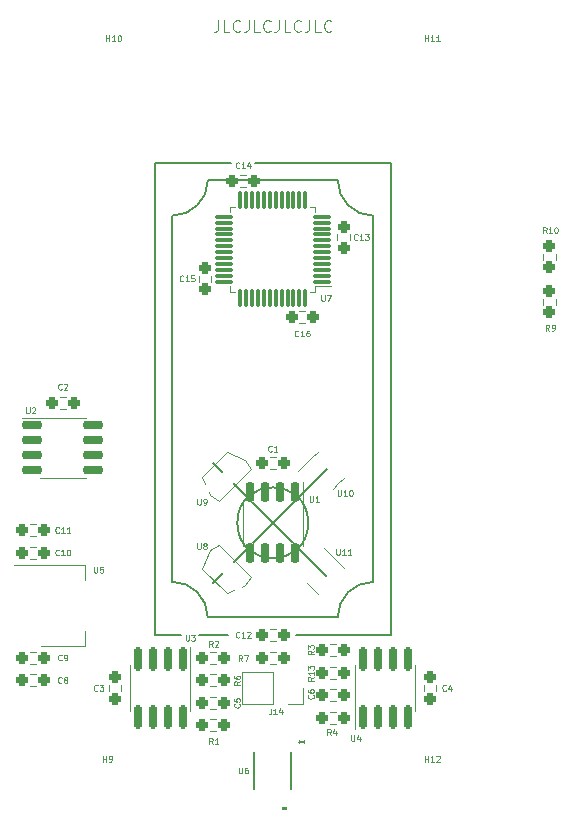
<source format=gto>
G04 #@! TF.GenerationSoftware,KiCad,Pcbnew,(6.0.0)*
G04 #@! TF.CreationDate,2025-05-03T15:15:18+02:00*
G04 #@! TF.ProjectId,Smart Servo Control Board Rev.2,536d6172-7420-4536-9572-766f20436f6e,rev?*
G04 #@! TF.SameCoordinates,Original*
G04 #@! TF.FileFunction,Legend,Top*
G04 #@! TF.FilePolarity,Positive*
%FSLAX46Y46*%
G04 Gerber Fmt 4.6, Leading zero omitted, Abs format (unit mm)*
G04 Created by KiCad (PCBNEW (6.0.0)) date 2025-05-03 15:15:18*
%MOMM*%
%LPD*%
G01*
G04 APERTURE LIST*
G04 Aperture macros list*
%AMRoundRect*
0 Rectangle with rounded corners*
0 $1 Rounding radius*
0 $2 $3 $4 $5 $6 $7 $8 $9 X,Y pos of 4 corners*
0 Add a 4 corners polygon primitive as box body*
4,1,4,$2,$3,$4,$5,$6,$7,$8,$9,$2,$3,0*
0 Add four circle primitives for the rounded corners*
1,1,$1+$1,$2,$3*
1,1,$1+$1,$4,$5*
1,1,$1+$1,$6,$7*
1,1,$1+$1,$8,$9*
0 Add four rect primitives between the rounded corners*
20,1,$1+$1,$2,$3,$4,$5,0*
20,1,$1+$1,$4,$5,$6,$7,0*
20,1,$1+$1,$6,$7,$8,$9,0*
20,1,$1+$1,$8,$9,$2,$3,0*%
%AMHorizOval*
0 Thick line with rounded ends*
0 $1 width*
0 $2 $3 position (X,Y) of the first rounded end (center of the circle)*
0 $4 $5 position (X,Y) of the second rounded end (center of the circle)*
0 Add line between two ends*
20,1,$1,$2,$3,$4,$5,0*
0 Add two circle primitives to create the rounded ends*
1,1,$1,$2,$3*
1,1,$1,$4,$5*%
%AMRotRect*
0 Rectangle, with rotation*
0 The origin of the aperture is its center*
0 $1 length*
0 $2 width*
0 $3 Rotation angle, in degrees counterclockwise*
0 Add horizontal line*
21,1,$1,$2,0,0,$3*%
G04 Aperture macros list end*
%ADD10C,0.150000*%
%ADD11C,0.125000*%
%ADD12C,0.120000*%
%ADD13C,0.152400*%
%ADD14C,4.300000*%
%ADD15RoundRect,0.237500X-0.250000X-0.237500X0.250000X-0.237500X0.250000X0.237500X-0.250000X0.237500X0*%
%ADD16RoundRect,0.237500X-0.237500X0.250000X-0.237500X-0.250000X0.237500X-0.250000X0.237500X0.250000X0*%
%ADD17RoundRect,0.150000X0.150000X-0.825000X0.150000X0.825000X-0.150000X0.825000X-0.150000X-0.825000X0*%
%ADD18RoundRect,0.150000X-0.725000X-0.150000X0.725000X-0.150000X0.725000X0.150000X-0.725000X0.150000X0*%
%ADD19RoundRect,0.237500X0.250000X0.237500X-0.250000X0.237500X-0.250000X-0.237500X0.250000X-0.237500X0*%
%ADD20RoundRect,0.150000X-0.521491X0.309359X0.309359X-0.521491X0.521491X-0.309359X-0.309359X0.521491X0*%
%ADD21RotRect,1.050000X1.300000X45.000000*%
%ADD22HorizOval,1.050000X-0.088388X0.088388X0.088388X-0.088388X0*%
%ADD23RoundRect,0.237500X0.237500X-0.250000X0.237500X0.250000X-0.237500X0.250000X-0.237500X-0.250000X0*%
%ADD24RoundRect,0.150000X-0.150000X0.825000X-0.150000X-0.825000X0.150000X-0.825000X0.150000X0.825000X0*%
%ADD25R,1.700000X1.700000*%
%ADD26O,1.700000X1.700000*%
%ADD27RotRect,1.050000X1.300000X135.000000*%
%ADD28HorizOval,1.050000X0.088388X0.088388X-0.088388X-0.088388X0*%
%ADD29C,7.500000*%
%ADD30C,4.700000*%
%ADD31RoundRect,0.075000X0.662500X0.075000X-0.662500X0.075000X-0.662500X-0.075000X0.662500X-0.075000X0*%
%ADD32RoundRect,0.075000X0.075000X0.662500X-0.075000X0.662500X-0.075000X-0.662500X0.075000X-0.662500X0*%
%ADD33RoundRect,0.150000X-0.309359X-0.521491X0.521491X0.309359X0.309359X0.521491X-0.521491X-0.309359X0*%
%ADD34R,2.000000X1.500000*%
%ADD35R,2.000000X3.800000*%
%ADD36RoundRect,0.150000X-0.150000X0.725000X-0.150000X-0.725000X0.150000X-0.725000X0.150000X0.725000X0*%
%ADD37R,0.270000X1.411200*%
%ADD38C,0.508000*%
G04 APERTURE END LIST*
D10*
X179032520Y-83043428D02*
G75*
G03*
X179032520Y-83043428I-3000000J0D01*
G01*
X184532521Y-88043428D02*
X184532521Y-57043428D01*
X166032520Y-52543428D02*
X172532520Y-52543428D01*
X170532520Y-91043428D02*
G75*
G03*
X167532519Y-88043428I-2999999J1D01*
G01*
X174532520Y-52543428D02*
X186032520Y-52543428D01*
X167532519Y-57043428D02*
G75*
G03*
X170532520Y-54043428I0J3000001D01*
G01*
X181112520Y-77963428D02*
X170952520Y-88123428D01*
X181532520Y-54043428D02*
G75*
G03*
X184532521Y-57043428I2999999J-1D01*
G01*
X181532520Y-54043428D02*
X170532520Y-54043428D01*
X181112520Y-88123428D02*
X170952520Y-77963428D01*
X186032520Y-92543428D02*
X178032520Y-92543428D01*
X169782520Y-92543428D02*
X172282520Y-92543428D01*
X186032520Y-52543428D02*
X186032520Y-92543428D01*
X167532519Y-57043428D02*
X167532519Y-88043428D01*
X166032520Y-92543428D02*
X166032520Y-52543428D01*
X184532521Y-88043428D02*
G75*
G03*
X181532520Y-91043428I0J-3000001D01*
G01*
X168282520Y-92543428D02*
X166032520Y-92543428D01*
X170532520Y-91043428D02*
X181532520Y-91043428D01*
D11*
X171413472Y-40495808D02*
X171413472Y-41210094D01*
X171365853Y-41352951D01*
X171270615Y-41448189D01*
X171127758Y-41495808D01*
X171032520Y-41495808D01*
X172365853Y-41495808D02*
X171889662Y-41495808D01*
X171889662Y-40495808D01*
X173270615Y-41400570D02*
X173222996Y-41448189D01*
X173080139Y-41495808D01*
X172984900Y-41495808D01*
X172842043Y-41448189D01*
X172746805Y-41352951D01*
X172699186Y-41257713D01*
X172651567Y-41067237D01*
X172651567Y-40924380D01*
X172699186Y-40733904D01*
X172746805Y-40638666D01*
X172842043Y-40543428D01*
X172984900Y-40495808D01*
X173080139Y-40495808D01*
X173222996Y-40543428D01*
X173270615Y-40591047D01*
X173984900Y-40495808D02*
X173984900Y-41210094D01*
X173937281Y-41352951D01*
X173842043Y-41448189D01*
X173699186Y-41495808D01*
X173603948Y-41495808D01*
X174937281Y-41495808D02*
X174461091Y-41495808D01*
X174461091Y-40495808D01*
X175842043Y-41400570D02*
X175794424Y-41448189D01*
X175651567Y-41495808D01*
X175556329Y-41495808D01*
X175413472Y-41448189D01*
X175318234Y-41352951D01*
X175270615Y-41257713D01*
X175222996Y-41067237D01*
X175222996Y-40924380D01*
X175270615Y-40733904D01*
X175318234Y-40638666D01*
X175413472Y-40543428D01*
X175556329Y-40495808D01*
X175651567Y-40495808D01*
X175794424Y-40543428D01*
X175842043Y-40591047D01*
X176556329Y-40495808D02*
X176556329Y-41210094D01*
X176508710Y-41352951D01*
X176413472Y-41448189D01*
X176270615Y-41495808D01*
X176175377Y-41495808D01*
X177508710Y-41495808D02*
X177032520Y-41495808D01*
X177032520Y-40495808D01*
X178413472Y-41400570D02*
X178365853Y-41448189D01*
X178222996Y-41495808D01*
X178127758Y-41495808D01*
X177984900Y-41448189D01*
X177889662Y-41352951D01*
X177842043Y-41257713D01*
X177794424Y-41067237D01*
X177794424Y-40924380D01*
X177842043Y-40733904D01*
X177889662Y-40638666D01*
X177984900Y-40543428D01*
X178127758Y-40495808D01*
X178222996Y-40495808D01*
X178365853Y-40543428D01*
X178413472Y-40591047D01*
X179127758Y-40495808D02*
X179127758Y-41210094D01*
X179080139Y-41352951D01*
X178984900Y-41448189D01*
X178842043Y-41495808D01*
X178746805Y-41495808D01*
X180080139Y-41495808D02*
X179603948Y-41495808D01*
X179603948Y-40495808D01*
X180984900Y-41400570D02*
X180937281Y-41448189D01*
X180794424Y-41495808D01*
X180699186Y-41495808D01*
X180556329Y-41448189D01*
X180461091Y-41352951D01*
X180413472Y-41257713D01*
X180365853Y-41067237D01*
X180365853Y-40924380D01*
X180413472Y-40733904D01*
X180461091Y-40638666D01*
X180556329Y-40543428D01*
X180699186Y-40495808D01*
X180794424Y-40495808D01*
X180937281Y-40543428D01*
X180984900Y-40591047D01*
X161913472Y-42269618D02*
X161913472Y-41769618D01*
X161913472Y-42007713D02*
X162199186Y-42007713D01*
X162199186Y-42269618D02*
X162199186Y-41769618D01*
X162699186Y-42269618D02*
X162413472Y-42269618D01*
X162556329Y-42269618D02*
X162556329Y-41769618D01*
X162508710Y-41841047D01*
X162461091Y-41888666D01*
X162413472Y-41912475D01*
X163008710Y-41769618D02*
X163056329Y-41769618D01*
X163103948Y-41793428D01*
X163127758Y-41817237D01*
X163151567Y-41864856D01*
X163175377Y-41960094D01*
X163175377Y-42079142D01*
X163151567Y-42174380D01*
X163127758Y-42221999D01*
X163103948Y-42245808D01*
X163056329Y-42269618D01*
X163008710Y-42269618D01*
X162961091Y-42245808D01*
X162937281Y-42221999D01*
X162913472Y-42174380D01*
X162889662Y-42079142D01*
X162889662Y-41960094D01*
X162913472Y-41864856D01*
X162937281Y-41817237D01*
X162961091Y-41793428D01*
X163008710Y-41769618D01*
X158169186Y-71721999D02*
X158145377Y-71745808D01*
X158073948Y-71769618D01*
X158026329Y-71769618D01*
X157954900Y-71745808D01*
X157907281Y-71698189D01*
X157883472Y-71650570D01*
X157859662Y-71555332D01*
X157859662Y-71483904D01*
X157883472Y-71388666D01*
X157907281Y-71341047D01*
X157954900Y-71293428D01*
X158026329Y-71269618D01*
X158073948Y-71269618D01*
X158145377Y-71293428D01*
X158169186Y-71317237D01*
X158359662Y-71317237D02*
X158383472Y-71293428D01*
X158431091Y-71269618D01*
X158550139Y-71269618D01*
X158597758Y-71293428D01*
X158621567Y-71317237D01*
X158645377Y-71364856D01*
X158645377Y-71412475D01*
X158621567Y-71483904D01*
X158335853Y-71769618D01*
X158645377Y-71769618D01*
X175949186Y-76971999D02*
X175925377Y-76995808D01*
X175853948Y-77019618D01*
X175806329Y-77019618D01*
X175734900Y-76995808D01*
X175687281Y-76948189D01*
X175663472Y-76900570D01*
X175639662Y-76805332D01*
X175639662Y-76733904D01*
X175663472Y-76638666D01*
X175687281Y-76591047D01*
X175734900Y-76543428D01*
X175806329Y-76519618D01*
X175853948Y-76519618D01*
X175925377Y-76543428D01*
X175949186Y-76567237D01*
X176425377Y-77019618D02*
X176139662Y-77019618D01*
X176282520Y-77019618D02*
X176282520Y-76519618D01*
X176234900Y-76591047D01*
X176187281Y-76638666D01*
X176139662Y-76662475D01*
X179508710Y-93876761D02*
X179270615Y-94043428D01*
X179508710Y-94162475D02*
X179008710Y-94162475D01*
X179008710Y-93971999D01*
X179032520Y-93924380D01*
X179056329Y-93900570D01*
X179103948Y-93876761D01*
X179175377Y-93876761D01*
X179222996Y-93900570D01*
X179246805Y-93924380D01*
X179270615Y-93971999D01*
X179270615Y-94162475D01*
X179008710Y-93710094D02*
X179008710Y-93400570D01*
X179199186Y-93567237D01*
X179199186Y-93495808D01*
X179222996Y-93448189D01*
X179246805Y-93424380D01*
X179294424Y-93400570D01*
X179413472Y-93400570D01*
X179461091Y-93424380D01*
X179484900Y-93448189D01*
X179508710Y-93495808D01*
X179508710Y-93638666D01*
X179484900Y-93686285D01*
X179461091Y-93710094D01*
X161199186Y-97221999D02*
X161175377Y-97245808D01*
X161103948Y-97269618D01*
X161056329Y-97269618D01*
X160984900Y-97245808D01*
X160937281Y-97198189D01*
X160913472Y-97150570D01*
X160889662Y-97055332D01*
X160889662Y-96983904D01*
X160913472Y-96888666D01*
X160937281Y-96841047D01*
X160984900Y-96793428D01*
X161056329Y-96769618D01*
X161103948Y-96769618D01*
X161175377Y-96793428D01*
X161199186Y-96817237D01*
X161365853Y-96769618D02*
X161675377Y-96769618D01*
X161508710Y-96960094D01*
X161580139Y-96960094D01*
X161627758Y-96983904D01*
X161651567Y-97007713D01*
X161675377Y-97055332D01*
X161675377Y-97174380D01*
X161651567Y-97221999D01*
X161627758Y-97245808D01*
X161580139Y-97269618D01*
X161437281Y-97269618D01*
X161389662Y-97245808D01*
X161365853Y-97221999D01*
X179461091Y-97626761D02*
X179484900Y-97650570D01*
X179508710Y-97721999D01*
X179508710Y-97769618D01*
X179484900Y-97841047D01*
X179437281Y-97888666D01*
X179389662Y-97912475D01*
X179294424Y-97936285D01*
X179222996Y-97936285D01*
X179127758Y-97912475D01*
X179080139Y-97888666D01*
X179032520Y-97841047D01*
X179008710Y-97769618D01*
X179008710Y-97721999D01*
X179032520Y-97650570D01*
X179056329Y-97626761D01*
X179008710Y-97198189D02*
X179008710Y-97293428D01*
X179032520Y-97341047D01*
X179056329Y-97364856D01*
X179127758Y-97412475D01*
X179222996Y-97436285D01*
X179413472Y-97436285D01*
X179461091Y-97412475D01*
X179484900Y-97388666D01*
X179508710Y-97341047D01*
X179508710Y-97245808D01*
X179484900Y-97198189D01*
X179461091Y-97174380D01*
X179413472Y-97150570D01*
X179294424Y-97150570D01*
X179246805Y-97174380D01*
X179222996Y-97198189D01*
X179199186Y-97245808D01*
X179199186Y-97341047D01*
X179222996Y-97388666D01*
X179246805Y-97412475D01*
X179294424Y-97436285D01*
X182651567Y-101019618D02*
X182651567Y-101424380D01*
X182675377Y-101471999D01*
X182699186Y-101495808D01*
X182746805Y-101519618D01*
X182842043Y-101519618D01*
X182889662Y-101495808D01*
X182913472Y-101471999D01*
X182937281Y-101424380D01*
X182937281Y-101019618D01*
X183389662Y-101186285D02*
X183389662Y-101519618D01*
X183270615Y-100995808D02*
X183151567Y-101352951D01*
X183461091Y-101352951D01*
X158169186Y-96556999D02*
X158145377Y-96580808D01*
X158073948Y-96604618D01*
X158026329Y-96604618D01*
X157954900Y-96580808D01*
X157907281Y-96533189D01*
X157883472Y-96485570D01*
X157859662Y-96390332D01*
X157859662Y-96318904D01*
X157883472Y-96223666D01*
X157907281Y-96176047D01*
X157954900Y-96128428D01*
X158026329Y-96104618D01*
X158073948Y-96104618D01*
X158145377Y-96128428D01*
X158169186Y-96152237D01*
X158454900Y-96318904D02*
X158407281Y-96295094D01*
X158383472Y-96271285D01*
X158359662Y-96223666D01*
X158359662Y-96199856D01*
X158383472Y-96152237D01*
X158407281Y-96128428D01*
X158454900Y-96104618D01*
X158550139Y-96104618D01*
X158597758Y-96128428D01*
X158621567Y-96152237D01*
X158645377Y-96199856D01*
X158645377Y-96223666D01*
X158621567Y-96271285D01*
X158597758Y-96295094D01*
X158550139Y-96318904D01*
X158454900Y-96318904D01*
X158407281Y-96342713D01*
X158383472Y-96366523D01*
X158359662Y-96414142D01*
X158359662Y-96509380D01*
X158383472Y-96556999D01*
X158407281Y-96580808D01*
X158454900Y-96604618D01*
X158550139Y-96604618D01*
X158597758Y-96580808D01*
X158621567Y-96556999D01*
X158645377Y-96509380D01*
X158645377Y-96414142D01*
X158621567Y-96366523D01*
X158597758Y-96342713D01*
X158550139Y-96318904D01*
X155151567Y-73269618D02*
X155151567Y-73674380D01*
X155175377Y-73721999D01*
X155199186Y-73745808D01*
X155246805Y-73769618D01*
X155342043Y-73769618D01*
X155389662Y-73745808D01*
X155413472Y-73721999D01*
X155437281Y-73674380D01*
X155437281Y-73269618D01*
X155651567Y-73317237D02*
X155675377Y-73293428D01*
X155722996Y-73269618D01*
X155842043Y-73269618D01*
X155889662Y-73293428D01*
X155913472Y-73317237D01*
X155937281Y-73364856D01*
X155937281Y-73412475D01*
X155913472Y-73483904D01*
X155627758Y-73769618D01*
X155937281Y-73769618D01*
X170949186Y-101769618D02*
X170782520Y-101531523D01*
X170663472Y-101769618D02*
X170663472Y-101269618D01*
X170853948Y-101269618D01*
X170901567Y-101293428D01*
X170925377Y-101317237D01*
X170949186Y-101364856D01*
X170949186Y-101436285D01*
X170925377Y-101483904D01*
X170901567Y-101507713D01*
X170853948Y-101531523D01*
X170663472Y-101531523D01*
X171425377Y-101769618D02*
X171139662Y-101769618D01*
X171282520Y-101769618D02*
X171282520Y-101269618D01*
X171234900Y-101341047D01*
X171187281Y-101388666D01*
X171139662Y-101412475D01*
X181413472Y-85269618D02*
X181413472Y-85674380D01*
X181437281Y-85721999D01*
X181461091Y-85745808D01*
X181508710Y-85769618D01*
X181603948Y-85769618D01*
X181651567Y-85745808D01*
X181675377Y-85721999D01*
X181699186Y-85674380D01*
X181699186Y-85269618D01*
X182199186Y-85769618D02*
X181913472Y-85769618D01*
X182056329Y-85769618D02*
X182056329Y-85269618D01*
X182008710Y-85341047D01*
X181961091Y-85388666D01*
X181913472Y-85412475D01*
X182675377Y-85769618D02*
X182389662Y-85769618D01*
X182532520Y-85769618D02*
X182532520Y-85269618D01*
X182484900Y-85341047D01*
X182437281Y-85388666D01*
X182389662Y-85412475D01*
X169651567Y-81019618D02*
X169651567Y-81424380D01*
X169675377Y-81471999D01*
X169699186Y-81495808D01*
X169746805Y-81519618D01*
X169842043Y-81519618D01*
X169889662Y-81495808D01*
X169913472Y-81471999D01*
X169937281Y-81424380D01*
X169937281Y-81019618D01*
X170199186Y-81519618D02*
X170294424Y-81519618D01*
X170342043Y-81495808D01*
X170365853Y-81471999D01*
X170413472Y-81400570D01*
X170437281Y-81305332D01*
X170437281Y-81114856D01*
X170413472Y-81067237D01*
X170389662Y-81043428D01*
X170342043Y-81019618D01*
X170246805Y-81019618D01*
X170199186Y-81043428D01*
X170175377Y-81067237D01*
X170151567Y-81114856D01*
X170151567Y-81233904D01*
X170175377Y-81281523D01*
X170199186Y-81305332D01*
X170246805Y-81329142D01*
X170342043Y-81329142D01*
X170389662Y-81305332D01*
X170413472Y-81281523D01*
X170437281Y-81233904D01*
X179508710Y-96114856D02*
X179270615Y-96281523D01*
X179508710Y-96400570D02*
X179008710Y-96400570D01*
X179008710Y-96210094D01*
X179032520Y-96162475D01*
X179056329Y-96138666D01*
X179103948Y-96114856D01*
X179175377Y-96114856D01*
X179222996Y-96138666D01*
X179246805Y-96162475D01*
X179270615Y-96210094D01*
X179270615Y-96400570D01*
X179508710Y-95638666D02*
X179508710Y-95924380D01*
X179508710Y-95781523D02*
X179008710Y-95781523D01*
X179080139Y-95829142D01*
X179127758Y-95876761D01*
X179151567Y-95924380D01*
X179008710Y-95471999D02*
X179008710Y-95162475D01*
X179199186Y-95329142D01*
X179199186Y-95257713D01*
X179222996Y-95210094D01*
X179246805Y-95186285D01*
X179294424Y-95162475D01*
X179413472Y-95162475D01*
X179461091Y-95186285D01*
X179484900Y-95210094D01*
X179508710Y-95257713D01*
X179508710Y-95400570D01*
X179484900Y-95448189D01*
X179461091Y-95471999D01*
X199211091Y-58519618D02*
X199044424Y-58281523D01*
X198925377Y-58519618D02*
X198925377Y-58019618D01*
X199115853Y-58019618D01*
X199163472Y-58043428D01*
X199187281Y-58067237D01*
X199211091Y-58114856D01*
X199211091Y-58186285D01*
X199187281Y-58233904D01*
X199163472Y-58257713D01*
X199115853Y-58281523D01*
X198925377Y-58281523D01*
X199687281Y-58519618D02*
X199401567Y-58519618D01*
X199544424Y-58519618D02*
X199544424Y-58019618D01*
X199496805Y-58091047D01*
X199449186Y-58138666D01*
X199401567Y-58162475D01*
X199996805Y-58019618D02*
X200044424Y-58019618D01*
X200092043Y-58043428D01*
X200115853Y-58067237D01*
X200139662Y-58114856D01*
X200163472Y-58210094D01*
X200163472Y-58329142D01*
X200139662Y-58424380D01*
X200115853Y-58471999D01*
X200092043Y-58495808D01*
X200044424Y-58519618D01*
X199996805Y-58519618D01*
X199949186Y-58495808D01*
X199925377Y-58471999D01*
X199901567Y-58424380D01*
X199877758Y-58329142D01*
X199877758Y-58210094D01*
X199901567Y-58114856D01*
X199925377Y-58067237D01*
X199949186Y-58043428D01*
X199996805Y-58019618D01*
X173258710Y-96461761D02*
X173020615Y-96628428D01*
X173258710Y-96747475D02*
X172758710Y-96747475D01*
X172758710Y-96556999D01*
X172782520Y-96509380D01*
X172806329Y-96485570D01*
X172853948Y-96461761D01*
X172925377Y-96461761D01*
X172972996Y-96485570D01*
X172996805Y-96509380D01*
X173020615Y-96556999D01*
X173020615Y-96747475D01*
X172758710Y-96033189D02*
X172758710Y-96128428D01*
X172782520Y-96176047D01*
X172806329Y-96199856D01*
X172877758Y-96247475D01*
X172972996Y-96271285D01*
X173163472Y-96271285D01*
X173211091Y-96247475D01*
X173234900Y-96223666D01*
X173258710Y-96176047D01*
X173258710Y-96080808D01*
X173234900Y-96033189D01*
X173211091Y-96009380D01*
X173163472Y-95985570D01*
X173044424Y-95985570D01*
X172996805Y-96009380D01*
X172972996Y-96033189D01*
X172949186Y-96080808D01*
X172949186Y-96176047D01*
X172972996Y-96223666D01*
X172996805Y-96247475D01*
X173044424Y-96271285D01*
X168651567Y-92519618D02*
X168651567Y-92924380D01*
X168675377Y-92971999D01*
X168699186Y-92995808D01*
X168746805Y-93019618D01*
X168842043Y-93019618D01*
X168889662Y-92995808D01*
X168913472Y-92971999D01*
X168937281Y-92924380D01*
X168937281Y-92519618D01*
X169127758Y-92519618D02*
X169437281Y-92519618D01*
X169270615Y-92710094D01*
X169342043Y-92710094D01*
X169389662Y-92733904D01*
X169413472Y-92757713D01*
X169437281Y-92805332D01*
X169437281Y-92924380D01*
X169413472Y-92971999D01*
X169389662Y-92995808D01*
X169342043Y-93019618D01*
X169199186Y-93019618D01*
X169151567Y-92995808D01*
X169127758Y-92971999D01*
X158169186Y-94651999D02*
X158145377Y-94675808D01*
X158073948Y-94699618D01*
X158026329Y-94699618D01*
X157954900Y-94675808D01*
X157907281Y-94628189D01*
X157883472Y-94580570D01*
X157859662Y-94485332D01*
X157859662Y-94413904D01*
X157883472Y-94318666D01*
X157907281Y-94271047D01*
X157954900Y-94223428D01*
X158026329Y-94199618D01*
X158073948Y-94199618D01*
X158145377Y-94223428D01*
X158169186Y-94247237D01*
X158407281Y-94699618D02*
X158502520Y-94699618D01*
X158550139Y-94675808D01*
X158573948Y-94651999D01*
X158621567Y-94580570D01*
X158645377Y-94485332D01*
X158645377Y-94294856D01*
X158621567Y-94247237D01*
X158597758Y-94223428D01*
X158550139Y-94199618D01*
X158454900Y-94199618D01*
X158407281Y-94223428D01*
X158383472Y-94247237D01*
X158359662Y-94294856D01*
X158359662Y-94413904D01*
X158383472Y-94461523D01*
X158407281Y-94485332D01*
X158454900Y-94509142D01*
X158550139Y-94509142D01*
X158597758Y-94485332D01*
X158621567Y-94461523D01*
X158645377Y-94413904D01*
X175877758Y-98769618D02*
X175877758Y-99126761D01*
X175853948Y-99198189D01*
X175806329Y-99245808D01*
X175734900Y-99269618D01*
X175687281Y-99269618D01*
X176377758Y-99269618D02*
X176092043Y-99269618D01*
X176234900Y-99269618D02*
X176234900Y-98769618D01*
X176187281Y-98841047D01*
X176139662Y-98888666D01*
X176092043Y-98912475D01*
X176806329Y-98936285D02*
X176806329Y-99269618D01*
X176687281Y-98745808D02*
X176568234Y-99102951D01*
X176877758Y-99102951D01*
X180949186Y-101019618D02*
X180782520Y-100781523D01*
X180663472Y-101019618D02*
X180663472Y-100519618D01*
X180853948Y-100519618D01*
X180901567Y-100543428D01*
X180925377Y-100567237D01*
X180949186Y-100614856D01*
X180949186Y-100686285D01*
X180925377Y-100733904D01*
X180901567Y-100757713D01*
X180853948Y-100781523D01*
X180663472Y-100781523D01*
X181377758Y-100686285D02*
X181377758Y-101019618D01*
X181258710Y-100495808D02*
X181139662Y-100852951D01*
X181449186Y-100852951D01*
X178211091Y-67221999D02*
X178187281Y-67245808D01*
X178115853Y-67269618D01*
X178068234Y-67269618D01*
X177996805Y-67245808D01*
X177949186Y-67198189D01*
X177925377Y-67150570D01*
X177901567Y-67055332D01*
X177901567Y-66983904D01*
X177925377Y-66888666D01*
X177949186Y-66841047D01*
X177996805Y-66793428D01*
X178068234Y-66769618D01*
X178115853Y-66769618D01*
X178187281Y-66793428D01*
X178211091Y-66817237D01*
X178687281Y-67269618D02*
X178401567Y-67269618D01*
X178544424Y-67269618D02*
X178544424Y-66769618D01*
X178496805Y-66841047D01*
X178449186Y-66888666D01*
X178401567Y-66912475D01*
X179115853Y-66769618D02*
X179020615Y-66769618D01*
X178972996Y-66793428D01*
X178949186Y-66817237D01*
X178901567Y-66888666D01*
X178877758Y-66983904D01*
X178877758Y-67174380D01*
X178901567Y-67221999D01*
X178925377Y-67245808D01*
X178972996Y-67269618D01*
X179068234Y-67269618D01*
X179115853Y-67245808D01*
X179139662Y-67221999D01*
X179163472Y-67174380D01*
X179163472Y-67055332D01*
X179139662Y-67007713D01*
X179115853Y-66983904D01*
X179068234Y-66960094D01*
X178972996Y-66960094D01*
X178925377Y-66983904D01*
X178901567Y-67007713D01*
X178877758Y-67055332D01*
X169651566Y-84769618D02*
X169651566Y-85174380D01*
X169675376Y-85221999D01*
X169699185Y-85245808D01*
X169746804Y-85269618D01*
X169842042Y-85269618D01*
X169889661Y-85245808D01*
X169913471Y-85221999D01*
X169937280Y-85174380D01*
X169937280Y-84769618D01*
X170246804Y-84983904D02*
X170199185Y-84960094D01*
X170175376Y-84936285D01*
X170151566Y-84888666D01*
X170151566Y-84864856D01*
X170175376Y-84817237D01*
X170199185Y-84793428D01*
X170246804Y-84769618D01*
X170342042Y-84769618D01*
X170389661Y-84793428D01*
X170413471Y-84817237D01*
X170437280Y-84864856D01*
X170437280Y-84888666D01*
X170413471Y-84936285D01*
X170389661Y-84960094D01*
X170342042Y-84983904D01*
X170246804Y-84983904D01*
X170199185Y-85007713D01*
X170175376Y-85031523D01*
X170151566Y-85079142D01*
X170151566Y-85174380D01*
X170175376Y-85221999D01*
X170199185Y-85245808D01*
X170246804Y-85269618D01*
X170342042Y-85269618D01*
X170389661Y-85245808D01*
X170413471Y-85221999D01*
X170437280Y-85174380D01*
X170437280Y-85079142D01*
X170413471Y-85031523D01*
X170389661Y-85007713D01*
X170342042Y-84983904D01*
X199449186Y-66769618D02*
X199282520Y-66531523D01*
X199163472Y-66769618D02*
X199163472Y-66269618D01*
X199353948Y-66269618D01*
X199401567Y-66293428D01*
X199425377Y-66317237D01*
X199449186Y-66364856D01*
X199449186Y-66436285D01*
X199425377Y-66483904D01*
X199401567Y-66507713D01*
X199353948Y-66531523D01*
X199163472Y-66531523D01*
X199687281Y-66769618D02*
X199782520Y-66769618D01*
X199830139Y-66745808D01*
X199853948Y-66721999D01*
X199901567Y-66650570D01*
X199925377Y-66555332D01*
X199925377Y-66364856D01*
X199901567Y-66317237D01*
X199877758Y-66293428D01*
X199830139Y-66269618D01*
X199734900Y-66269618D01*
X199687281Y-66293428D01*
X199663472Y-66317237D01*
X199639662Y-66364856D01*
X199639662Y-66483904D01*
X199663472Y-66531523D01*
X199687281Y-66555332D01*
X199734900Y-66579142D01*
X199830139Y-66579142D01*
X199877758Y-66555332D01*
X199901567Y-66531523D01*
X199925377Y-66483904D01*
X188913472Y-103269618D02*
X188913472Y-102769618D01*
X188913472Y-103007713D02*
X189199186Y-103007713D01*
X189199186Y-103269618D02*
X189199186Y-102769618D01*
X189699186Y-103269618D02*
X189413472Y-103269618D01*
X189556329Y-103269618D02*
X189556329Y-102769618D01*
X189508710Y-102841047D01*
X189461091Y-102888666D01*
X189413472Y-102912475D01*
X189889662Y-102817237D02*
X189913472Y-102793428D01*
X189961091Y-102769618D01*
X190080139Y-102769618D01*
X190127758Y-102793428D01*
X190151567Y-102817237D01*
X190175377Y-102864856D01*
X190175377Y-102912475D01*
X190151567Y-102983904D01*
X189865853Y-103269618D01*
X190175377Y-103269618D01*
X183211091Y-59056999D02*
X183187281Y-59080808D01*
X183115853Y-59104618D01*
X183068234Y-59104618D01*
X182996805Y-59080808D01*
X182949186Y-59033189D01*
X182925377Y-58985570D01*
X182901567Y-58890332D01*
X182901567Y-58818904D01*
X182925377Y-58723666D01*
X182949186Y-58676047D01*
X182996805Y-58628428D01*
X183068234Y-58604618D01*
X183115853Y-58604618D01*
X183187281Y-58628428D01*
X183211091Y-58652237D01*
X183687281Y-59104618D02*
X183401567Y-59104618D01*
X183544424Y-59104618D02*
X183544424Y-58604618D01*
X183496805Y-58676047D01*
X183449186Y-58723666D01*
X183401567Y-58747475D01*
X183853948Y-58604618D02*
X184163472Y-58604618D01*
X183996805Y-58795094D01*
X184068234Y-58795094D01*
X184115853Y-58818904D01*
X184139662Y-58842713D01*
X184163472Y-58890332D01*
X184163472Y-59009380D01*
X184139662Y-59056999D01*
X184115853Y-59080808D01*
X184068234Y-59104618D01*
X183925377Y-59104618D01*
X183877758Y-59080808D01*
X183853948Y-59056999D01*
X180151567Y-63769618D02*
X180151567Y-64174380D01*
X180175377Y-64221999D01*
X180199186Y-64245808D01*
X180246805Y-64269618D01*
X180342043Y-64269618D01*
X180389662Y-64245808D01*
X180413472Y-64221999D01*
X180437281Y-64174380D01*
X180437281Y-63769618D01*
X180627758Y-63769618D02*
X180961091Y-63769618D01*
X180746805Y-64269618D01*
X190699186Y-97221999D02*
X190675377Y-97245808D01*
X190603948Y-97269618D01*
X190556329Y-97269618D01*
X190484900Y-97245808D01*
X190437281Y-97198189D01*
X190413472Y-97150570D01*
X190389662Y-97055332D01*
X190389662Y-96983904D01*
X190413472Y-96888666D01*
X190437281Y-96841047D01*
X190484900Y-96793428D01*
X190556329Y-96769618D01*
X190603948Y-96769618D01*
X190675377Y-96793428D01*
X190699186Y-96817237D01*
X191127758Y-96936285D02*
X191127758Y-97269618D01*
X191008710Y-96745808D02*
X190889662Y-97102951D01*
X191199186Y-97102951D01*
X173449186Y-94769618D02*
X173282520Y-94531523D01*
X173163472Y-94769618D02*
X173163472Y-94269618D01*
X173353948Y-94269618D01*
X173401567Y-94293428D01*
X173425377Y-94317237D01*
X173449186Y-94364856D01*
X173449186Y-94436285D01*
X173425377Y-94483904D01*
X173401567Y-94507713D01*
X173353948Y-94531523D01*
X173163472Y-94531523D01*
X173615853Y-94269618D02*
X173949186Y-94269618D01*
X173734900Y-94769618D01*
X157931091Y-85761999D02*
X157907281Y-85785808D01*
X157835853Y-85809618D01*
X157788234Y-85809618D01*
X157716805Y-85785808D01*
X157669186Y-85738189D01*
X157645377Y-85690570D01*
X157621567Y-85595332D01*
X157621567Y-85523904D01*
X157645377Y-85428666D01*
X157669186Y-85381047D01*
X157716805Y-85333428D01*
X157788234Y-85309618D01*
X157835853Y-85309618D01*
X157907281Y-85333428D01*
X157931091Y-85357237D01*
X158407281Y-85809618D02*
X158121567Y-85809618D01*
X158264424Y-85809618D02*
X158264424Y-85309618D01*
X158216805Y-85381047D01*
X158169186Y-85428666D01*
X158121567Y-85452475D01*
X158716805Y-85309618D02*
X158764424Y-85309618D01*
X158812043Y-85333428D01*
X158835853Y-85357237D01*
X158859662Y-85404856D01*
X158883472Y-85500094D01*
X158883472Y-85619142D01*
X158859662Y-85714380D01*
X158835853Y-85761999D01*
X158812043Y-85785808D01*
X158764424Y-85809618D01*
X158716805Y-85809618D01*
X158669186Y-85785808D01*
X158645377Y-85761999D01*
X158621567Y-85714380D01*
X158597758Y-85619142D01*
X158597758Y-85500094D01*
X158621567Y-85404856D01*
X158645377Y-85357237D01*
X158669186Y-85333428D01*
X158716805Y-85309618D01*
X181525948Y-80269618D02*
X181525948Y-80674380D01*
X181549757Y-80721999D01*
X181573567Y-80745808D01*
X181621186Y-80769618D01*
X181716424Y-80769618D01*
X181764043Y-80745808D01*
X181787853Y-80721999D01*
X181811662Y-80674380D01*
X181811662Y-80269618D01*
X182311662Y-80769618D02*
X182025948Y-80769618D01*
X182168805Y-80769618D02*
X182168805Y-80269618D01*
X182121186Y-80341047D01*
X182073567Y-80388666D01*
X182025948Y-80412475D01*
X182621186Y-80269618D02*
X182668805Y-80269618D01*
X182716424Y-80293428D01*
X182740234Y-80317237D01*
X182764043Y-80364856D01*
X182787853Y-80460094D01*
X182787853Y-80579142D01*
X182764043Y-80674380D01*
X182740234Y-80721999D01*
X182716424Y-80745808D01*
X182668805Y-80769618D01*
X182621186Y-80769618D01*
X182573567Y-80745808D01*
X182549757Y-80721999D01*
X182525948Y-80674380D01*
X182502138Y-80579142D01*
X182502138Y-80460094D01*
X182525948Y-80364856D01*
X182549757Y-80317237D01*
X182573567Y-80293428D01*
X182621186Y-80269618D01*
X168461091Y-62556999D02*
X168437281Y-62580808D01*
X168365853Y-62604618D01*
X168318234Y-62604618D01*
X168246805Y-62580808D01*
X168199186Y-62533189D01*
X168175377Y-62485570D01*
X168151567Y-62390332D01*
X168151567Y-62318904D01*
X168175377Y-62223666D01*
X168199186Y-62176047D01*
X168246805Y-62128428D01*
X168318234Y-62104618D01*
X168365853Y-62104618D01*
X168437281Y-62128428D01*
X168461091Y-62152237D01*
X168937281Y-62604618D02*
X168651567Y-62604618D01*
X168794424Y-62604618D02*
X168794424Y-62104618D01*
X168746805Y-62176047D01*
X168699186Y-62223666D01*
X168651567Y-62247475D01*
X169389662Y-62104618D02*
X169151567Y-62104618D01*
X169127758Y-62342713D01*
X169151567Y-62318904D01*
X169199186Y-62295094D01*
X169318234Y-62295094D01*
X169365853Y-62318904D01*
X169389662Y-62342713D01*
X169413472Y-62390332D01*
X169413472Y-62509380D01*
X169389662Y-62556999D01*
X169365853Y-62580808D01*
X169318234Y-62604618D01*
X169199186Y-62604618D01*
X169151567Y-62580808D01*
X169127758Y-62556999D01*
X161651567Y-103269618D02*
X161651567Y-102769618D01*
X161651567Y-103007713D02*
X161937281Y-103007713D01*
X161937281Y-103269618D02*
X161937281Y-102769618D01*
X162199186Y-103269618D02*
X162294424Y-103269618D01*
X162342043Y-103245808D01*
X162365853Y-103221999D01*
X162413472Y-103150570D01*
X162437281Y-103055332D01*
X162437281Y-102864856D01*
X162413472Y-102817237D01*
X162389662Y-102793428D01*
X162342043Y-102769618D01*
X162246805Y-102769618D01*
X162199186Y-102793428D01*
X162175377Y-102817237D01*
X162151567Y-102864856D01*
X162151567Y-102983904D01*
X162175377Y-103031523D01*
X162199186Y-103055332D01*
X162246805Y-103079142D01*
X162342043Y-103079142D01*
X162389662Y-103055332D01*
X162413472Y-103031523D01*
X162437281Y-102983904D01*
X160901567Y-86769618D02*
X160901567Y-87174380D01*
X160925377Y-87221999D01*
X160949186Y-87245808D01*
X160996805Y-87269618D01*
X161092043Y-87269618D01*
X161139662Y-87245808D01*
X161163472Y-87221999D01*
X161187281Y-87174380D01*
X161187281Y-86769618D01*
X161663472Y-86769618D02*
X161425377Y-86769618D01*
X161401567Y-87007713D01*
X161425377Y-86983904D01*
X161472996Y-86960094D01*
X161592043Y-86960094D01*
X161639662Y-86983904D01*
X161663472Y-87007713D01*
X161687281Y-87055332D01*
X161687281Y-87174380D01*
X161663472Y-87221999D01*
X161639662Y-87245808D01*
X161592043Y-87269618D01*
X161472996Y-87269618D01*
X161425377Y-87245808D01*
X161401567Y-87221999D01*
X170949186Y-93519618D02*
X170782520Y-93281523D01*
X170663472Y-93519618D02*
X170663472Y-93019618D01*
X170853948Y-93019618D01*
X170901567Y-93043428D01*
X170925377Y-93067237D01*
X170949186Y-93114856D01*
X170949186Y-93186285D01*
X170925377Y-93233904D01*
X170901567Y-93257713D01*
X170853948Y-93281523D01*
X170663472Y-93281523D01*
X171139662Y-93067237D02*
X171163472Y-93043428D01*
X171211091Y-93019618D01*
X171330139Y-93019618D01*
X171377758Y-93043428D01*
X171401567Y-93067237D01*
X171425377Y-93114856D01*
X171425377Y-93162475D01*
X171401567Y-93233904D01*
X171115853Y-93519618D01*
X171425377Y-93519618D01*
X173211091Y-52971999D02*
X173187281Y-52995808D01*
X173115853Y-53019618D01*
X173068234Y-53019618D01*
X172996805Y-52995808D01*
X172949186Y-52948189D01*
X172925377Y-52900570D01*
X172901567Y-52805332D01*
X172901567Y-52733904D01*
X172925377Y-52638666D01*
X172949186Y-52591047D01*
X172996805Y-52543428D01*
X173068234Y-52519618D01*
X173115853Y-52519618D01*
X173187281Y-52543428D01*
X173211091Y-52567237D01*
X173687281Y-53019618D02*
X173401567Y-53019618D01*
X173544424Y-53019618D02*
X173544424Y-52519618D01*
X173496805Y-52591047D01*
X173449186Y-52638666D01*
X173401567Y-52662475D01*
X174115853Y-52686285D02*
X174115853Y-53019618D01*
X173996805Y-52495808D02*
X173877758Y-52852951D01*
X174187281Y-52852951D01*
X157931091Y-83856999D02*
X157907281Y-83880808D01*
X157835853Y-83904618D01*
X157788234Y-83904618D01*
X157716805Y-83880808D01*
X157669186Y-83833189D01*
X157645377Y-83785570D01*
X157621567Y-83690332D01*
X157621567Y-83618904D01*
X157645377Y-83523666D01*
X157669186Y-83476047D01*
X157716805Y-83428428D01*
X157788234Y-83404618D01*
X157835853Y-83404618D01*
X157907281Y-83428428D01*
X157931091Y-83452237D01*
X158407281Y-83904618D02*
X158121567Y-83904618D01*
X158264424Y-83904618D02*
X158264424Y-83404618D01*
X158216805Y-83476047D01*
X158169186Y-83523666D01*
X158121567Y-83547475D01*
X158883472Y-83904618D02*
X158597758Y-83904618D01*
X158740615Y-83904618D02*
X158740615Y-83404618D01*
X158692996Y-83476047D01*
X158645377Y-83523666D01*
X158597758Y-83547475D01*
X173211091Y-98376761D02*
X173234900Y-98400570D01*
X173258710Y-98471999D01*
X173258710Y-98519618D01*
X173234900Y-98591047D01*
X173187281Y-98638666D01*
X173139662Y-98662475D01*
X173044424Y-98686285D01*
X172972996Y-98686285D01*
X172877758Y-98662475D01*
X172830139Y-98638666D01*
X172782520Y-98591047D01*
X172758710Y-98519618D01*
X172758710Y-98471999D01*
X172782520Y-98400570D01*
X172806329Y-98376761D01*
X172758710Y-97924380D02*
X172758710Y-98162475D01*
X172996805Y-98186285D01*
X172972996Y-98162475D01*
X172949186Y-98114856D01*
X172949186Y-97995808D01*
X172972996Y-97948189D01*
X172996805Y-97924380D01*
X173044424Y-97900570D01*
X173163472Y-97900570D01*
X173211091Y-97924380D01*
X173234900Y-97948189D01*
X173258710Y-97995808D01*
X173258710Y-98114856D01*
X173234900Y-98162475D01*
X173211091Y-98186285D01*
X179151567Y-80769618D02*
X179151567Y-81174380D01*
X179175377Y-81221999D01*
X179199186Y-81245808D01*
X179246805Y-81269618D01*
X179342043Y-81269618D01*
X179389662Y-81245808D01*
X179413472Y-81221999D01*
X179437281Y-81174380D01*
X179437281Y-80769618D01*
X179937281Y-81269618D02*
X179651567Y-81269618D01*
X179794424Y-81269618D02*
X179794424Y-80769618D01*
X179746805Y-80841047D01*
X179699186Y-80888666D01*
X179651567Y-80912475D01*
X173151567Y-103769618D02*
X173151567Y-104174380D01*
X173175377Y-104221999D01*
X173199186Y-104245808D01*
X173246805Y-104269618D01*
X173342043Y-104269618D01*
X173389662Y-104245808D01*
X173413472Y-104221999D01*
X173437281Y-104174380D01*
X173437281Y-103769618D01*
X173889662Y-103769618D02*
X173794424Y-103769618D01*
X173746805Y-103793428D01*
X173722996Y-103817237D01*
X173675377Y-103888666D01*
X173651567Y-103983904D01*
X173651567Y-104174380D01*
X173675377Y-104221999D01*
X173699186Y-104245808D01*
X173746805Y-104269618D01*
X173842043Y-104269618D01*
X173889662Y-104245808D01*
X173913472Y-104221999D01*
X173937281Y-104174380D01*
X173937281Y-104055332D01*
X173913472Y-104007713D01*
X173889662Y-103983904D01*
X173842043Y-103960094D01*
X173746805Y-103960094D01*
X173699186Y-103983904D01*
X173675377Y-104007713D01*
X173651567Y-104055332D01*
X178171710Y-101569429D02*
X178290758Y-101569429D01*
X178243139Y-101688476D02*
X178290758Y-101569429D01*
X178243139Y-101450381D01*
X178385996Y-101640857D02*
X178290758Y-101569429D01*
X178385996Y-101498000D01*
X178719329Y-101569429D02*
X178600281Y-101569429D01*
X178647900Y-101450381D02*
X178600281Y-101569429D01*
X178647900Y-101688476D01*
X178505043Y-101498000D02*
X178600281Y-101569429D01*
X178505043Y-101640857D01*
X188913472Y-42269618D02*
X188913472Y-41769618D01*
X188913472Y-42007713D02*
X189199186Y-42007713D01*
X189199186Y-42269618D02*
X189199186Y-41769618D01*
X189699186Y-42269618D02*
X189413472Y-42269618D01*
X189556329Y-42269618D02*
X189556329Y-41769618D01*
X189508710Y-41841047D01*
X189461091Y-41888666D01*
X189413472Y-41912475D01*
X190175377Y-42269618D02*
X189889662Y-42269618D01*
X190032520Y-42269618D02*
X190032520Y-41769618D01*
X189984900Y-41841047D01*
X189937281Y-41888666D01*
X189889662Y-41912475D01*
X173211091Y-92721999D02*
X173187281Y-92745808D01*
X173115853Y-92769618D01*
X173068234Y-92769618D01*
X172996805Y-92745808D01*
X172949186Y-92698189D01*
X172925377Y-92650570D01*
X172901567Y-92555332D01*
X172901567Y-92483904D01*
X172925377Y-92388666D01*
X172949186Y-92341047D01*
X172996805Y-92293428D01*
X173068234Y-92269618D01*
X173115853Y-92269618D01*
X173187281Y-92293428D01*
X173211091Y-92317237D01*
X173687281Y-92769618D02*
X173401567Y-92769618D01*
X173544424Y-92769618D02*
X173544424Y-92269618D01*
X173496805Y-92341047D01*
X173449186Y-92388666D01*
X173401567Y-92412475D01*
X173877758Y-92317237D02*
X173901567Y-92293428D01*
X173949186Y-92269618D01*
X174068234Y-92269618D01*
X174115853Y-92293428D01*
X174139662Y-92317237D01*
X174163472Y-92364856D01*
X174163472Y-92412475D01*
X174139662Y-92483904D01*
X173853948Y-92769618D01*
X174163472Y-92769618D01*
D12*
X157997796Y-73405928D02*
X158507244Y-73405928D01*
X157997796Y-72360928D02*
X158507244Y-72360928D01*
X175777796Y-78485928D02*
X176287244Y-78485928D01*
X175777796Y-77440928D02*
X176287244Y-77440928D01*
X180857796Y-94360928D02*
X181367244Y-94360928D01*
X180857796Y-93315928D02*
X181367244Y-93315928D01*
X162175020Y-96758704D02*
X162175020Y-97268152D01*
X163220020Y-96758704D02*
X163220020Y-97268152D01*
X180857796Y-98170928D02*
X181367244Y-98170928D01*
X180857796Y-97125928D02*
X181367244Y-97125928D01*
X188117520Y-97013428D02*
X188117520Y-95063428D01*
X182997520Y-97013428D02*
X182997520Y-95063428D01*
X188117520Y-97013428D02*
X188117520Y-98963428D01*
X182997520Y-97013428D02*
X182997520Y-100463428D01*
X155457796Y-96900928D02*
X155967244Y-96900928D01*
X155457796Y-95855928D02*
X155967244Y-95855928D01*
X158252520Y-79253428D02*
X160202520Y-79253428D01*
X158252520Y-74133428D02*
X160202520Y-74133428D01*
X158252520Y-79253428D02*
X156302520Y-79253428D01*
X158252520Y-74133428D02*
X154802520Y-74133428D01*
X171207244Y-100710928D02*
X170697796Y-100710928D01*
X171207244Y-99665928D02*
X170697796Y-99665928D01*
X181580607Y-86385341D02*
X182040226Y-86844961D01*
X179374433Y-88591515D02*
X179834053Y-89051134D01*
X179374433Y-88591515D02*
X178914814Y-88131895D01*
X181580607Y-86385341D02*
X180396203Y-85200938D01*
X173693302Y-77762646D02*
X172137667Y-77055540D01*
X170617387Y-80414297D02*
X170758809Y-80697139D01*
X171465915Y-81192114D02*
X174188276Y-78469753D01*
X170758809Y-80697139D02*
X171465915Y-81192114D01*
X170051702Y-79141505D02*
X170334545Y-79777901D01*
X172137667Y-77055540D02*
X170051702Y-79141505D01*
X174188276Y-78469753D02*
X173693302Y-77762646D01*
X181367244Y-96265928D02*
X180857796Y-96265928D01*
X181367244Y-95220928D02*
X180857796Y-95220928D01*
X198935020Y-60763152D02*
X198935020Y-60253704D01*
X199980020Y-60763152D02*
X199980020Y-60253704D01*
X171207244Y-96900928D02*
X170697796Y-96900928D01*
X171207244Y-95855928D02*
X170697796Y-95855928D01*
X163947520Y-97013428D02*
X163947520Y-95063428D01*
X163947520Y-97013428D02*
X163947520Y-98963428D01*
X169067520Y-97013428D02*
X169067520Y-98963428D01*
X169067520Y-97013428D02*
X169067520Y-93563428D01*
X155457796Y-94995928D02*
X155967244Y-94995928D01*
X155457796Y-93950928D02*
X155967244Y-93950928D01*
X173412520Y-95708428D02*
X173412520Y-98368428D01*
X176012520Y-95708428D02*
X173412520Y-95708428D01*
X176012520Y-95708428D02*
X176012520Y-98368428D01*
X178612520Y-97038428D02*
X178612520Y-98368428D01*
X176012520Y-98368428D02*
X173412520Y-98368428D01*
X178612520Y-98368428D02*
X177282520Y-98368428D01*
X181367244Y-100075928D02*
X180857796Y-100075928D01*
X181367244Y-99030928D02*
X180857796Y-99030928D01*
X178277796Y-66150928D02*
X178787244Y-66150928D01*
X178277796Y-65105928D02*
X178787244Y-65105928D01*
X172130597Y-89024246D02*
X172766993Y-88741403D01*
X170751738Y-85382646D02*
X170044632Y-86938281D01*
X170044632Y-86938281D02*
X172130597Y-89024246D01*
X173403389Y-88458561D02*
X173686231Y-88317139D01*
X173686231Y-88317139D02*
X174181206Y-87610033D01*
X174181206Y-87610033D02*
X171458845Y-84887672D01*
X171458845Y-84887672D02*
X170751738Y-85382646D01*
X198935020Y-64063704D02*
X198935020Y-64573152D01*
X199980020Y-64063704D02*
X199980020Y-64573152D01*
X182555020Y-59133152D02*
X182555020Y-58623704D01*
X181510020Y-59133152D02*
X181510020Y-58623704D01*
X179642520Y-56268428D02*
X179642520Y-56718428D01*
X172872520Y-63488428D02*
X172422520Y-63488428D01*
X179192520Y-56268428D02*
X179642520Y-56268428D01*
X172422520Y-63488428D02*
X172422520Y-63038428D01*
X179192520Y-63488428D02*
X179642520Y-63488428D01*
X179642520Y-63488428D02*
X179642520Y-63038428D01*
X172422520Y-56268428D02*
X172422520Y-56718428D01*
X172872520Y-56268428D02*
X172422520Y-56268428D01*
X179642520Y-63038428D02*
X180932520Y-63038428D01*
X188845020Y-97268152D02*
X188845020Y-96758704D01*
X189890020Y-97268152D02*
X189890020Y-96758704D01*
X176287244Y-94995928D02*
X175777796Y-94995928D01*
X176287244Y-93950928D02*
X175777796Y-93950928D01*
X155967244Y-86105928D02*
X155457796Y-86105928D01*
X155967244Y-85060928D02*
X155457796Y-85060928D01*
X179374433Y-77495341D02*
X179834053Y-77035722D01*
X179374433Y-77495341D02*
X178190030Y-78679745D01*
X181580607Y-79701515D02*
X182040226Y-79241895D01*
X181580607Y-79701515D02*
X181120987Y-80161134D01*
X170805020Y-62123704D02*
X170805020Y-62633152D01*
X169760020Y-62123704D02*
X169760020Y-62633152D01*
X160162520Y-86618428D02*
X160162520Y-87878428D01*
X160162520Y-93438428D02*
X160162520Y-92178428D01*
X154152520Y-86618428D02*
X160162520Y-86618428D01*
X156402520Y-93438428D02*
X160162520Y-93438428D01*
X170697796Y-93950928D02*
X171207244Y-93950928D01*
X170697796Y-94995928D02*
X171207244Y-94995928D01*
X173787244Y-53605928D02*
X173277796Y-53605928D01*
X173787244Y-54650928D02*
X173277796Y-54650928D01*
X155967244Y-84200928D02*
X155457796Y-84200928D01*
X155967244Y-83155928D02*
X155457796Y-83155928D01*
X170697796Y-97760928D02*
X171207244Y-97760928D01*
X170697796Y-98805928D02*
X171207244Y-98805928D01*
X173472520Y-83043428D02*
X173472520Y-84993428D01*
X178592520Y-83043428D02*
X178592520Y-79593428D01*
X173472520Y-83043428D02*
X173472520Y-81093428D01*
X178592520Y-83043428D02*
X178592520Y-84993428D01*
D13*
X177582519Y-105548427D02*
X177582519Y-102448429D01*
X174482521Y-102448429D02*
X174482521Y-105548427D01*
G36*
X177223021Y-107387027D02*
G01*
X176842021Y-107387027D01*
X176842021Y-107133027D01*
X177223021Y-107133027D01*
X177223021Y-107387027D01*
G37*
D12*
X175777796Y-92045928D02*
X176287244Y-92045928D01*
X175777796Y-93090928D02*
X176287244Y-93090928D01*
%LPC*%
G36*
X177186020Y-104921928D02*
G01*
X176626220Y-104921928D01*
X176626220Y-103074928D01*
X177186020Y-103074928D01*
X177186020Y-104921928D01*
G37*
G36*
X176226220Y-104921928D02*
G01*
X175838820Y-104921928D01*
X175838820Y-103074928D01*
X176226220Y-103074928D01*
X176226220Y-104921928D01*
G37*
G36*
X177186020Y-104192128D02*
G01*
X174879020Y-104192128D01*
X174879020Y-103804728D01*
X177186020Y-103804728D01*
X177186020Y-104192128D01*
G37*
G36*
X177186020Y-104921928D02*
G01*
X174879020Y-104921928D01*
X174879020Y-104592128D01*
X177186020Y-104592128D01*
X177186020Y-104921928D01*
G37*
G36*
X177186020Y-103404728D02*
G01*
X174879020Y-103404728D01*
X174879020Y-103074928D01*
X177186020Y-103074928D01*
X177186020Y-103404728D01*
G37*
G36*
X175438820Y-104921928D02*
G01*
X174879020Y-104921928D01*
X174879020Y-103074928D01*
X175438820Y-103074928D01*
X175438820Y-104921928D01*
G37*
D14*
X157032520Y-42043428D03*
D15*
X157340020Y-72883428D03*
X159165020Y-72883428D03*
X175120020Y-77963428D03*
X176945020Y-77963428D03*
X180200020Y-93838428D03*
X182025020Y-93838428D03*
D16*
X162697520Y-96100928D03*
X162697520Y-97925928D03*
D15*
X180200020Y-97648428D03*
X182025020Y-97648428D03*
D17*
X183652520Y-99488428D03*
X184922520Y-99488428D03*
X186192520Y-99488428D03*
X187462520Y-99488428D03*
X187462520Y-94538428D03*
X186192520Y-94538428D03*
X184922520Y-94538428D03*
X183652520Y-94538428D03*
D15*
X154800020Y-96378428D03*
X156625020Y-96378428D03*
D18*
X155677520Y-74788428D03*
X155677520Y-76058428D03*
X155677520Y-77328428D03*
X155677520Y-78598428D03*
X160827520Y-78598428D03*
X160827520Y-77328428D03*
X160827520Y-76058428D03*
X160827520Y-74788428D03*
D19*
X171865020Y-100188428D03*
X170040020Y-100188428D03*
D20*
X180486359Y-86153764D03*
X179142856Y-87497267D03*
X181140433Y-88151341D03*
D21*
X171324494Y-80131454D03*
D22*
X172222520Y-79233428D03*
X173120545Y-78335403D03*
D19*
X182025020Y-95743428D03*
X180200020Y-95743428D03*
D23*
X199457520Y-61420928D03*
X199457520Y-59595928D03*
D19*
X171865020Y-96378428D03*
X170040020Y-96378428D03*
D24*
X168412520Y-94538428D03*
X167142520Y-94538428D03*
X165872520Y-94538428D03*
X164602520Y-94538428D03*
X164602520Y-99488428D03*
X165872520Y-99488428D03*
X167142520Y-99488428D03*
X168412520Y-99488428D03*
D15*
X154800020Y-94473428D03*
X156625020Y-94473428D03*
D25*
X177282520Y-97038428D03*
D26*
X174742520Y-97038428D03*
D19*
X182025020Y-99553428D03*
X180200020Y-99553428D03*
D15*
X177620020Y-65628428D03*
X179445020Y-65628428D03*
D27*
X173120546Y-87751454D03*
D28*
X172222520Y-86853428D03*
X171324495Y-85955403D03*
D16*
X199457520Y-63405928D03*
X199457520Y-65230928D03*
D29*
X195032520Y-103043428D03*
D30*
X195032520Y-103043428D03*
D23*
X182032520Y-59790928D03*
X182032520Y-57965928D03*
D31*
X180195020Y-62628428D03*
X180195020Y-62128428D03*
X180195020Y-61628428D03*
X180195020Y-61128428D03*
X180195020Y-60628428D03*
X180195020Y-60128428D03*
X180195020Y-59628428D03*
X180195020Y-59128428D03*
X180195020Y-58628428D03*
X180195020Y-58128428D03*
X180195020Y-57628428D03*
X180195020Y-57128428D03*
D32*
X178782520Y-55715928D03*
X178282520Y-55715928D03*
X177782520Y-55715928D03*
X177282520Y-55715928D03*
X176782520Y-55715928D03*
X176282520Y-55715928D03*
X175782520Y-55715928D03*
X175282520Y-55715928D03*
X174782520Y-55715928D03*
X174282520Y-55715928D03*
X173782520Y-55715928D03*
X173282520Y-55715928D03*
D31*
X171870020Y-57128428D03*
X171870020Y-57628428D03*
X171870020Y-58128428D03*
X171870020Y-58628428D03*
X171870020Y-59128428D03*
X171870020Y-59628428D03*
X171870020Y-60128428D03*
X171870020Y-60628428D03*
X171870020Y-61128428D03*
X171870020Y-61628428D03*
X171870020Y-62128428D03*
X171870020Y-62628428D03*
D32*
X173282520Y-64040928D03*
X173782520Y-64040928D03*
X174282520Y-64040928D03*
X174782520Y-64040928D03*
X175282520Y-64040928D03*
X175782520Y-64040928D03*
X176282520Y-64040928D03*
X176782520Y-64040928D03*
X177282520Y-64040928D03*
X177782520Y-64040928D03*
X178282520Y-64040928D03*
X178782520Y-64040928D03*
D23*
X189367520Y-97925928D03*
X189367520Y-96100928D03*
D19*
X176945020Y-94473428D03*
X175120020Y-94473428D03*
X156625020Y-85583428D03*
X154800020Y-85583428D03*
D33*
X179142856Y-78589589D03*
X180486359Y-79933092D03*
X181140433Y-77935515D03*
D16*
X170282520Y-61465928D03*
X170282520Y-63290928D03*
D30*
X157032520Y-103043428D03*
D29*
X157032520Y-103043428D03*
D34*
X155102520Y-87728428D03*
D35*
X161402520Y-90028428D03*
D34*
X155102520Y-90028428D03*
X155102520Y-92328428D03*
D15*
X170040020Y-94473428D03*
X171865020Y-94473428D03*
D19*
X174445020Y-54128428D03*
X172620020Y-54128428D03*
X156625020Y-83678428D03*
X154800020Y-83678428D03*
D15*
X170040020Y-98283428D03*
X171865020Y-98283428D03*
D36*
X177937520Y-80468428D03*
X176667520Y-80468428D03*
X175397520Y-80468428D03*
X174127520Y-80468428D03*
X174127520Y-85618428D03*
X175397520Y-85618428D03*
X176667520Y-85618428D03*
X177937520Y-85618428D03*
D37*
X177032521Y-101823429D03*
X176532519Y-101823429D03*
X176032520Y-101823429D03*
X175532521Y-101823429D03*
X175032519Y-101823429D03*
X175032519Y-106173427D03*
X175532521Y-106173427D03*
X176032520Y-106173427D03*
X176532519Y-106173427D03*
X177032521Y-106173427D03*
D38*
X175638820Y-104392128D03*
X176426220Y-103604728D03*
X175638820Y-103604728D03*
X176426220Y-104392128D03*
D14*
X195032520Y-42043428D03*
D15*
X175120020Y-92568428D03*
X176945020Y-92568428D03*
D25*
X193742520Y-48443428D03*
D26*
X196282520Y-48443428D03*
X193742520Y-50983428D03*
X196282520Y-50983428D03*
X193742520Y-53523428D03*
X196282520Y-53523428D03*
X193742520Y-56063428D03*
X196282520Y-56063428D03*
X193742520Y-58603428D03*
X196282520Y-58603428D03*
X193742520Y-61143428D03*
X196282520Y-61143428D03*
X193742520Y-63683428D03*
X196282520Y-63683428D03*
X193742520Y-66223428D03*
X196282520Y-66223428D03*
X193742520Y-68763428D03*
X196282520Y-68763428D03*
X193742520Y-71303428D03*
X196282520Y-71303428D03*
X193742520Y-73843428D03*
X196282520Y-73843428D03*
X193742520Y-76383428D03*
X196282520Y-76383428D03*
X193742520Y-78923428D03*
X196282520Y-78923428D03*
X193742520Y-81463428D03*
X196282520Y-81463428D03*
X193742520Y-84003428D03*
X196282520Y-84003428D03*
X193742520Y-86543428D03*
X196282520Y-86543428D03*
X193742520Y-89083428D03*
X196282520Y-89083428D03*
X193742520Y-91623428D03*
X196282520Y-91623428D03*
X193742520Y-94163428D03*
X196282520Y-94163428D03*
X193742520Y-96703428D03*
X196282520Y-96703428D03*
M02*

</source>
